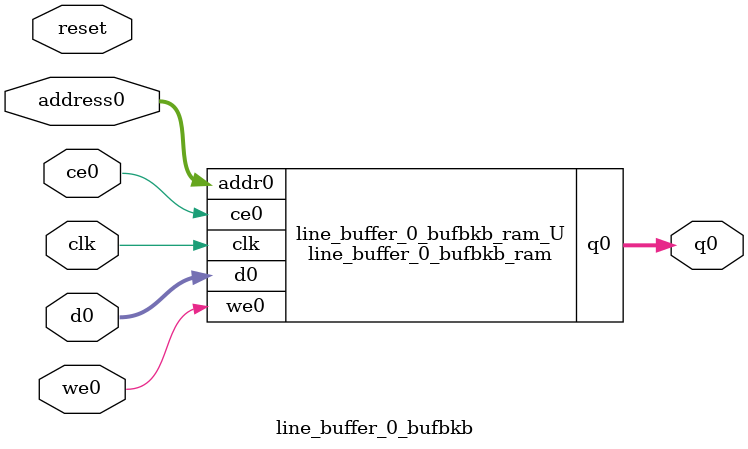
<source format=v>

`timescale 1 ns / 1 ps
module line_buffer_0_bufbkb_ram (addr0, ce0, d0, we0, q0,  clk);

parameter DWIDTH = 16;
parameter AWIDTH = 9;
parameter MEM_SIZE = 384;

input[AWIDTH-1:0] addr0;
input ce0;
input[DWIDTH-1:0] d0;
input we0;
output reg[DWIDTH-1:0] q0;
input clk;

(* ram_style = "block" *)reg [DWIDTH-1:0] ram[0:MEM_SIZE-1];




always @(posedge clk)  
begin 
    if (ce0) 
    begin
        if (we0) 
        begin 
            ram[addr0] <= d0; 
            q0 <= d0;
        end 
        else 
            q0 <= ram[addr0];
    end
end


endmodule


`timescale 1 ns / 1 ps
module line_buffer_0_bufbkb(
    reset,
    clk,
    address0,
    ce0,
    we0,
    d0,
    q0);

parameter DataWidth = 32'd16;
parameter AddressRange = 32'd384;
parameter AddressWidth = 32'd9;
input reset;
input clk;
input[AddressWidth - 1:0] address0;
input ce0;
input we0;
input[DataWidth - 1:0] d0;
output[DataWidth - 1:0] q0;



line_buffer_0_bufbkb_ram line_buffer_0_bufbkb_ram_U(
    .clk( clk ),
    .addr0( address0 ),
    .ce0( ce0 ),
    .d0( d0 ),
    .we0( we0 ),
    .q0( q0 ));

endmodule


</source>
